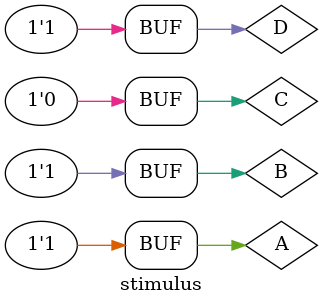
<source format=v>
`timescale 1ns / 1ps
module stimulus;

reg A;
reg B;
reg C;
reg D;

wire z;

assignment uut(
	.A(A),
	.B(B),
	.C(C),
	.D(D),
	.z(z)
);

initial begin
	$dumpfile("test.vcd");
	$dumpvars(0, stimulus);
	//0 0 0 0
	A=0;
	B=0;
	C=0;
	D=0;
	#20
	//0 0 0 1
	D=1;
	#20
	//0 0 1 1
	C=1;
	#20
	//0 0 1 0
	D=0;
	#20
	//0 1 1 0
	B=1;
	#20
	//0 1 0 0
	C=0;
	#20
	//1 1 0 0
	A=1;
	#20
	//1 0 0 0
	B=0;
	#20
	//1 0 0 1
	D=1;
	#20
	//1 0 1 1
	C=1;
	#20
	//1 0 1 0
	D=0;
	#20
	//1 1 1 0
	B=1;
	#20
	//1 1 1 1
	D=1;
	#20
	//0 1 1 1
	A=0;
	#20
	//0 1 0 1
	C=0;
	#20
	//1 1 0 1
	A=1;	
	#40;
end

initial begin
	$monitor("A=%d B=%d C=%d D=%d z=%d \n", A, B, C, D, z);
end
endmodule
</source>
